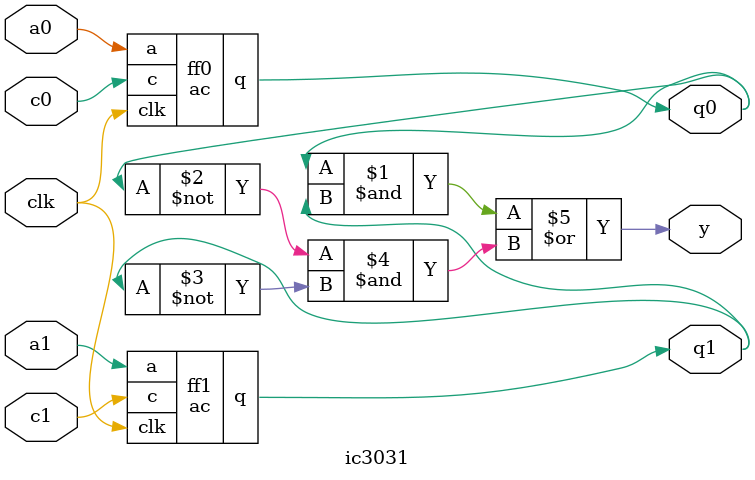
<source format=v>
`timescale 1ns / 1ps

module ac(
    input a,
    input c,
    input clk,
    output reg q
    );
    
    initial begin
        q = 0;
    end

    // write your code here
	always@(posedge clk)
	 begin 
	 /*case ({a,c})
	 2'b00: q<=1'b1;
	 2'b01: q<=~q;
	 2'b10: q<=q;
	 2'b11: q<=1'b1;
	 endcase*/
	 if(a==0 && c ==0)
		q<=1'b1;
	 else if(a==0 && c==1)
		q<=~q;
	 else if(a==1 && c==0)
		q<=q;
	 else
		q<=1'b1;
	 end 


endmodule


module ic3031(
    input a0, 
    input c0, 
    input a1, 
    input c1, 
    input clk, 
    output q0, 
    output q1, 
    output y
    );
    
    // write your code here
	 ac ff1(a1,c1,clk,q1);
	 ac ff0(a0,c0,clk,q0);
	 
	 assign y=(q0&q1)|(~q0&~q1);
	 
	
	 
	 
	 

endmodule

</source>
